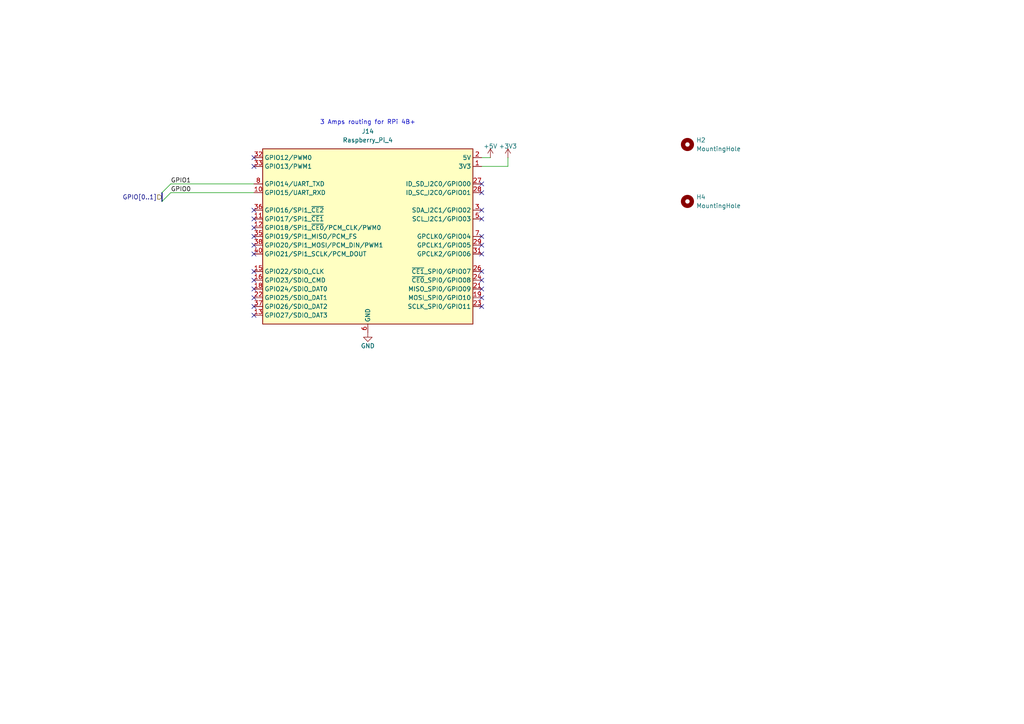
<source format=kicad_sch>
(kicad_sch (version 20250114) (generator "eeschema") (generator_version "9.0")
  (paper "A4")
  (lib_symbols
    (symbol "Connector:Raspberry_Pi_4"
      (property "Reference" "J" (at -17.526 48.768 0))
      (property "Value" "Raspberry_Pi_4" (at 15.748 -26.416 0))
      (symbol "Raspberry_Pi_4_0_1"
        (rectangle (start -30.48 25.4) (end 30.48 -25.4) (stroke (width 0.254)) (fill (type background)))
      )
      (symbol "Raspberry_Pi_4_1_1"
        (pin bidirectional line (at -33.02 22.86 0) (length 2.54) (name "GPIO12/PWM0") (number "32"))
        (pin bidirectional line (at -33.02 20.32 0) (length 2.54) (name "GPIO13/PWM1") (number "33"))
        (pin bidirectional line (at -33.02 15.24 0) (length 2.54) (name "GPIO14/UART_TXD") (number "8"))
        (pin bidirectional line (at -33.02 12.7 0) (length 2.54) (name "GPIO15/UART_RXD") (number "10"))
        (pin bidirectional line (at -33.02 7.62 0) (length 2.54) (name "GPIO16/SPI1_~{CE2}") (number "36"))
        (pin bidirectional line (at -33.02 5.08 0) (length 2.54) (name "GPIO17/SPI1_~{CE1}") (number "11"))
        (pin bidirectional line (at -33.02 2.54 0) (length 2.54) (name "GPIO18/SPI1_~{CE0}/PCM_CLK/PWM0") (number "12"))
        (pin bidirectional line (at -33.02 0 0) (length 2.54) (name "GPIO19/SPI1_MISO/PCM_FS") (number "35"))
        (pin bidirectional line (at -33.02 -2.54 0) (length 2.54) (name "GPIO20/SPI1_MOSI/PCM_DIN/PWM1") (number "38"))
        (pin bidirectional line (at -33.02 -5.08 0) (length 2.54) (name "GPIO21/SPI1_SCLK/PCM_DOUT") (number "40"))
        (pin bidirectional line (at -33.02 -10.16 0) (length 2.54) (name "GPIO22/SDIO_CLK") (number "15"))
        (pin bidirectional line (at -33.02 -12.7 0) (length 2.54) (name "GPIO23/SDIO_CMD") (number "16"))
        (pin bidirectional line (at -33.02 -15.24 0) (length 2.54) (name "GPIO24/SDIO_DAT0") (number "18"))
        (pin bidirectional line (at -33.02 -17.78 0) (length 2.54) (name "GPIO25/SDIO_DAT1") (number "22"))
        (pin bidirectional line (at -33.02 -20.32 0) (length 2.54) (name "GPIO26/SDIO_DAT2") (number "37"))
        (pin bidirectional line (at -33.02 -22.86 0) (length 2.54) (name "GPIO27/SDIO_DAT3") (number "13"))
        (pin passive line (at 0 -27.94 90) (length 2.54) (hide yes) (name "GND") (number "14"))
        (pin passive line (at 0 -27.94 90) (length 2.54) (hide yes) (name "GND") (number "20"))
        (pin passive line (at 0 -27.94 90) (length 2.54) (hide yes) (name "GND") (number "25"))
        (pin passive line (at 0 -27.94 90) (length 2.54) (hide yes) (name "GND") (number "30"))
        (pin passive line (at 0 -27.94 90) (length 2.54) (hide yes) (name "GND") (number "34"))
        (pin passive line (at 0 -27.94 90) (length 2.54) (hide yes) (name "GND") (number "39"))
        (pin power_out line (at 0 -27.94 90) (length 2.54) (name "GND") (number "6"))
        (pin passive line (at 0 -27.94 90) (length 2.54) (hide yes) (name "GND") (number "9"))
        (pin power_out line (at 33.02 22.86 180) (length 2.54) (name "5V") (number "2"))
        (pin passive line (at 33.02 22.86 180) (length 2.54) (hide yes) (name "5V") (number "4"))
        (pin power_out line (at 33.02 20.32 180) (length 2.54) (name "3V3") (number "1"))
        (pin passive line (at 33.02 20.32 180) (length 2.54) (hide yes) (name "3V3") (number "17"))
        (pin bidirectional line (at 33.02 15.24 180) (length 2.54) (name "ID_SD_I2C0/GPIO00") (number "27"))
        (pin bidirectional line (at 33.02 12.7 180) (length 2.54) (name "ID_SC_I2C0/GPIO01") (number "28"))
        (pin bidirectional line (at 33.02 7.62 180) (length 2.54) (name "SDA_I2C1/GPIO02") (number "3"))
        (pin bidirectional line (at 33.02 5.08 180) (length 2.54) (name "SCL_I2C1/GPIO03") (number "5"))
        (pin bidirectional line (at 33.02 0 180) (length 2.54) (name "GPCLK0/GPIO04") (number "7"))
        (pin bidirectional line (at 33.02 -2.54 180) (length 2.54) (name "GPCLK1/GPIO05") (number "29"))
        (pin bidirectional line (at 33.02 -5.08 180) (length 2.54) (name "GPCLK2/GPIO06") (number "31"))
        (pin bidirectional line (at 33.02 -10.16 180) (length 2.54) (name "~{CE1}_SPI0/GPIO07") (number "26"))
        (pin bidirectional line (at 33.02 -12.7 180) (length 2.54) (name "~{CE0}_SPI0/GPIO08") (number "24"))
        (pin bidirectional line (at 33.02 -15.24 180) (length 2.54) (name "MISO_SPI0/GPIO09") (number "21"))
        (pin bidirectional line (at 33.02 -17.78 180) (length 2.54) (name "MOSI_SPI0/GPIO10") (number "19"))
        (pin bidirectional line (at 33.02 -20.32 180) (length 2.54) (name "SCLK_SPI0/GPIO11") (number "23"))
      )
    )
    (symbol "Mechanical:MountingHole" (pin_names (offset 1.016)) (exclude_from_sim yes) (in_bom no)
      (property "Reference" "H" (at 0 5.08 0))
      (property "Value" "MountingHole" (at 0 3.175 0))
      (symbol "MountingHole_0_1"
        (circle (center 0 0) (radius 1.27) (stroke (width 1.27)))
      )
    )
    (symbol "power:+3V3" (power) (pin_numbers (hide yes)) (pin_names (offset 0) (hide yes))
      (property "Value" "+3V3" (at 0 3.556 0))
      (symbol "+3V3_0_1"
        (polyline (pts (xy -0.762 1.27) (xy 0 2.54)))
        (polyline (pts (xy 0 2.54) (xy 0.762 1.27)))
        (polyline (pts (xy 0 0) (xy 0 2.54)))
      )
      (symbol "+3V3_1_1"
        (pin power_in line (at 0 0 90) (length 0) (name "~") (number "1"))
      )
    )
    (symbol "power:+5V" (power) (pin_numbers (hide yes)) (pin_names (offset 0) (hide yes))
      (property "Value" "+5V" (at 0 3.556 0))
      (symbol "+5V_0_1"
        (polyline (pts (xy -0.762 1.27) (xy 0 2.54)))
        (polyline (pts (xy 0 2.54) (xy 0.762 1.27)))
        (polyline (pts (xy 0 0) (xy 0 2.54)))
      )
      (symbol "+5V_1_1"
        (pin power_in line (at 0 0 90) (length 0) (name "~") (number "1"))
      )
    )
    (symbol "power:GND" (power) (pin_names (offset 0))
      (property "Value" "GND" (at 0 -3.81 0))
      (symbol "GND_0_1"
        (polyline (pts (xy 0 0) (xy 0 -1.27) (xy 1.27 -1.27) (xy 0 -2.54) (xy -1.27 -1.27) (xy 0 -1.27)))
      )
      (symbol "GND_1_1"
        (pin power_in line (at 0 0 270) (length 0) (hide yes) (name "GND") (number "1"))
      )
    )
  )
  (text "3 Amps routing for RPi 4B+" (at 106.68 35.56 0) (effects (font (size 1.27 1.27))))
  (no_connect (at 139.7 71.12))
  (no_connect (at 73.66 86.36))
  (no_connect (at 73.66 91.44))
  (no_connect (at 139.7 88.9))
  (no_connect (at 73.66 60.96))
  (no_connect (at 73.66 63.5))
  (no_connect (at 73.66 88.9))
  (no_connect (at 73.66 45.72))
  (no_connect (at 139.7 83.82))
  (no_connect (at 73.66 73.66))
  (no_connect (at 139.7 55.88))
  (no_connect (at 73.66 66.04))
  (no_connect (at 139.7 78.74))
  (no_connect (at 73.66 71.12))
  (no_connect (at 139.7 53.34))
  (no_connect (at 139.7 68.58))
  (no_connect (at 73.66 83.82))
  (no_connect (at 139.7 86.36))
  (no_connect (at 139.7 73.66))
  (no_connect (at 73.66 68.58))
  (no_connect (at 73.66 48.26))
  (no_connect (at 139.7 60.96))
  (no_connect (at 73.66 81.28))
  (no_connect (at 139.7 81.28))
  (no_connect (at 73.66 78.74))
  (no_connect (at 139.7 63.5))
  (bus_entry (at 46.99 58.42) (size 2.54 -2.54))
  (bus_entry (at 46.99 55.88) (size 2.54 -2.54))
  (wire (pts (xy 49.53 53.34) (xy 73.66 53.34)))
  (bus (pts (xy 46.99 55.88) (xy 46.99 58.42)))
  (wire (pts (xy 49.53 55.88) (xy 73.66 55.88)))
  (wire (pts (xy 147.32 48.26) (xy 139.7 48.26)))
  (wire (pts (xy 147.32 45.72) (xy 147.32 48.26)))
  (wire (pts (xy 139.7 45.72) (xy 142.24 45.72)))
  (label "GPIO0" (at 49.53 55.88 0))
  (label "GPIO1" (at 49.53 53.34 0))
  (hierarchical_label "GPIO[0..1]" (shape input) (at 46.99 57.15 180))
  (symbol (lib_id "Mechanical:MountingHole") (at 199.39 41.91 0) (unit 1) (exclude_from_sim yes) (in_bom no)
    (property "Reference" "H2" (at 201.93 40.6399 0) (effects (justify left)))
    (property "Value" "MountingHole" (at 201.93 43.1799 0) (effects (justify left)))
    (property "Footprint" "MountingHole:MountingHole_3.5mm" (effects (hide yes)))
    (property "Description" "Mounting Hole without connection" (effects (hide yes)))
  )
  (symbol (lib_id "Mechanical:MountingHole") (at 199.39 58.42 0) (unit 1) (exclude_from_sim yes) (in_bom no)
    (property "Reference" "H4" (at 201.93 57.1499 0) (effects (justify left)))
    (property "Value" "MountingHole" (at 201.93 59.6899 0) (effects (justify left)))
    (property "Footprint" "MountingHole:MountingHole_3.5mm" (effects (hide yes)))
    (property "Description" "Mounting Hole without connection" (effects (hide yes)))
  )
  (symbol (lib_id "Connector:Raspberry_Pi_4") (at 106.68 68.58 0) (unit 1)
    (property "Reference" "J14" (at 106.68 38.1 0))
    (property "Value" "Raspberry_Pi_4" (at 106.68 40.64 0))
    (property "Footprint" "Connector_PinSocket_2.54mm:PinSocket_2x20_P2.54mm_Vertical_SMD" (effects (hide yes)))
    (property "Datasheet" "https://datasheets.raspberrypi.com/rpi4/raspberry-pi-4-datasheet.pdf" (effects (hide yes)))
    (property "Description" "Raspberry Pi 4 Model B" (effects (hide yes)))
  )
  (symbol (lib_id "power:+5V") (at 142.24 45.72 0) (unit 1)
    (property "Reference" "#PWR078" (effects (hide yes)))
    (property "Value" "+5V" (at 142.24 42.418 0))
    (property "Description" "Power symbol creates a global label with name \"+5V\"" (effects (hide yes)))
  )
  (symbol (lib_id "power:+3V3") (at 147.32 45.72 0) (unit 1)
    (property "Reference" "#PWR058" (effects (hide yes)))
    (property "Value" "+3V3" (at 147.32 42.418 0))
    (property "Description" "Power symbol creates a global label with name \"+3V3\"" (effects (hide yes)))
  )
  (symbol (lib_id "power:GND") (at 106.68 96.52 0) (unit 1)
    (property "Reference" "#PWR061" (effects (hide yes)))
    (property "Value" "GND" (at 106.68 100.33 0))
  )
)
</source>
